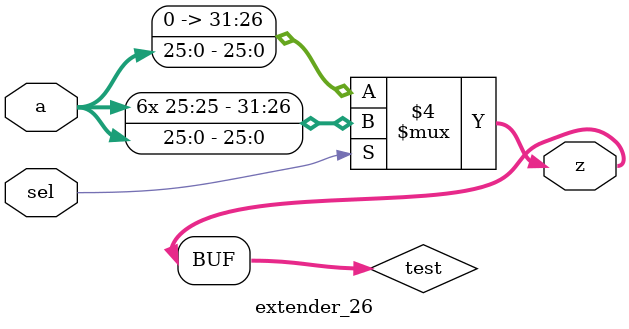
<source format=v>
module extender #(parameter inN = 16, outN = 32) (a,sel, z);
    input [inN-1:0] a;
    input sel;
    output [outN-1:0] z;
    reg [outN-1:0] test;

    assign z = test;

    always @*
    begin
	if (sel == 1'b1)	
    	test[outN-1:0] <= { {inN{a[inN-1]}}, a[inN-1:0] };
	else
	test[outN-1:0] <= { 1'b0, a[inN-1:0] };
    end
endmodule

module extender_8 #(parameter inN = 8, outN = 32) (a,sel,z);
    input [inN-1:0] a;
    input sel;
    output [outN-1:0] z;
    reg [outN-1:0] test;

    assign z = test;

    always @*
    begin
	if (sel == 1'b1)	
    	test[outN-1:0] <= { {inN{a[inN-1]}}, a[inN-1:0] };
	else
	test[outN-1:0] <= { 1'b0, a[inN-1:0] };
    end
endmodule

module extender_26 #(parameter inN = 26, outN = 32) (a,sel,z);
    input [inN-1:0] a;
    input sel;
    output [outN-1:0] z;
    reg [outN-1:0] test;

    assign z = test;

    always @*
    begin
	if (sel == 1'b1)	
    	test[outN-1:0] <= { {inN{a[inN-1]}}, a[inN-1:0] };
	else
	test[outN-1:0] <= { 1'b0, a[inN-1:0] };
    end
endmodule


</source>
